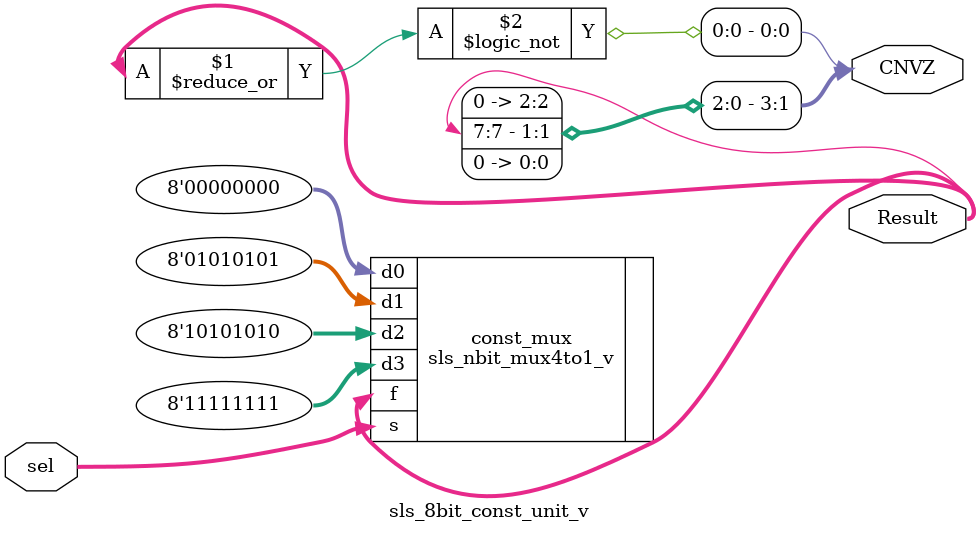
<source format=v>
module sls_8bit_const_unit_v (sel, Result, CNVZ);
	input [1:0] sel;
	output [7:0] Result;
	output [3:0] CNVZ;
	
	sls_nbit_mux4to1_v const_mux (.d3(8'b11111111), .d2(8'b10101010), .d1(8'b01010101), .d0(8'b00000000), .s(sel), .f(Result));
	
	assign CNVZ = {1'b0, Result[7], 1'b0, ~| Result};
endmodule
</source>
